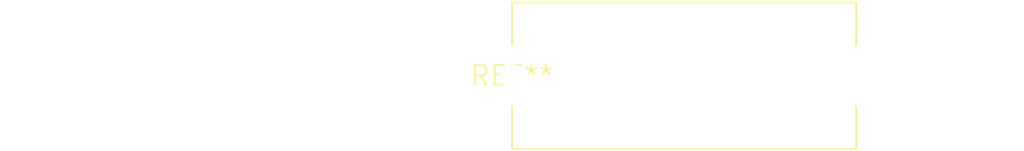
<source format=kicad_pcb>
(kicad_pcb (version 20240108) (generator pcbnew)
  (layers (0 "F.Cu" signal) (31 "B.Cu" signal) (34 "B.Paste" user) (35 "F.Paste" user) (36 "B.SilkS" user "B.Silkscreen") (37 "F.SilkS" user "F.Silkscreen") (38 "B.Mask" user) (39 "F.Mask" user) (44 "Edge.Cuts" user))
  (net 0 "")
  (footprint "Fuseholder_Cylinder-5x20mm_Stelvio-Kontek_PTF78_Horizontal_Open" (layer "F.Cu") (at 0 0)
    (property "Reference" "REF**")
    (property "Value" "Fuseholder_Cylinder-5x20mm_Stelvio-Kontek_PTF78_Horizontal_Open")
    (fp_line (start 0 -4.8) (end 22.6 -4.8) (layer "F.SilkS") (stroke (width 0.12)))
    (fp_line (start 0 -2) (end 0 -4.8) (layer "F.SilkS") (stroke (width 0.12)))
    (fp_line (start 0 4.8) (end 0 2) (layer "F.SilkS") (stroke (width 0.12)))
    (fp_line (start 0 4.8) (end 22.6 4.8) (layer "F.SilkS") (stroke (width 0.12)))
    (fp_line (start 22.6 -2) (end 22.6 -4.8) (layer "F.SilkS") (stroke (width 0.12)))
    (fp_line (start 22.6 4.8) (end 22.6 2) (layer "F.SilkS") (stroke (width 0.12)))
    (pad "1" thru_hole circle (at 0 0) (size 3 3) (drill 1.5) (layers *.Cu *.Mask) (remove_unused_layers))
    (pad "2" thru_hole circle (at 22.6 0) (size 3 3) (drill 1.5) (layers *.Cu *.Mask) (remove_unused_layers))
  )
)
</source>
